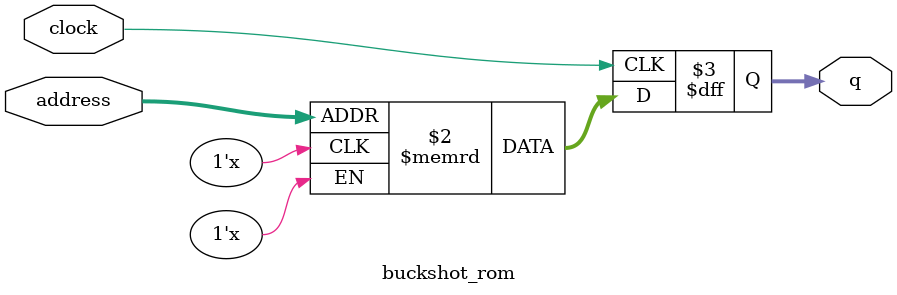
<source format=sv>
module buckshot_rom (
	input logic clock,
	input logic [16:0] address,
	output logic [3:0] q
);

logic [3:0] memory [0:76799] /* synthesis ram_init_file = "./buckshot/buckshot.mif" */;

always_ff @ (posedge clock) begin
	q <= memory[address];
end

endmodule

</source>
